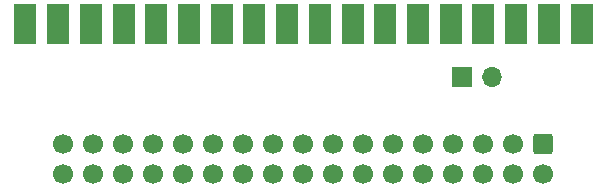
<source format=gbr>
%TF.GenerationSoftware,KiCad,Pcbnew,8.0.7*%
%TF.CreationDate,2025-01-12T23:09:13-06:00*%
%TF.ProjectId,DB37-to-IDC34-Floppy-Adapter,44423337-2d74-46f2-9d49-444333342d46,v1.0*%
%TF.SameCoordinates,Original*%
%TF.FileFunction,Soldermask,Bot*%
%TF.FilePolarity,Negative*%
%FSLAX46Y46*%
G04 Gerber Fmt 4.6, Leading zero omitted, Abs format (unit mm)*
G04 Created by KiCad (PCBNEW 8.0.7) date 2025-01-12 23:09:13*
%MOMM*%
%LPD*%
G01*
G04 APERTURE LIST*
G04 Aperture macros list*
%AMRoundRect*
0 Rectangle with rounded corners*
0 $1 Rounding radius*
0 $2 $3 $4 $5 $6 $7 $8 $9 X,Y pos of 4 corners*
0 Add a 4 corners polygon primitive as box body*
4,1,4,$2,$3,$4,$5,$6,$7,$8,$9,$2,$3,0*
0 Add four circle primitives for the rounded corners*
1,1,$1+$1,$2,$3*
1,1,$1+$1,$4,$5*
1,1,$1+$1,$6,$7*
1,1,$1+$1,$8,$9*
0 Add four rect primitives between the rounded corners*
20,1,$1+$1,$2,$3,$4,$5,0*
20,1,$1+$1,$4,$5,$6,$7,0*
20,1,$1+$1,$6,$7,$8,$9,0*
20,1,$1+$1,$8,$9,$2,$3,0*%
G04 Aperture macros list end*
%ADD10RoundRect,0.250000X-0.600000X0.600000X-0.600000X-0.600000X0.600000X-0.600000X0.600000X0.600000X0*%
%ADD11C,1.700000*%
%ADD12R,1.700000X1.700000*%
%ADD13O,1.700000X1.700000*%
%ADD14R,1.846667X3.480000*%
G04 APERTURE END LIST*
D10*
%TO.C,J1*%
X184150000Y-63500000D03*
D11*
X184150000Y-66040000D03*
X181610000Y-63500000D03*
X181610000Y-66040000D03*
X179070000Y-63500000D03*
X179070000Y-66040000D03*
X176530000Y-63500000D03*
X176530000Y-66040000D03*
X173990000Y-63500000D03*
X173990000Y-66040000D03*
X171450000Y-63500000D03*
X171450000Y-66040000D03*
X168910000Y-63500000D03*
X168910000Y-66040000D03*
X166370000Y-63500000D03*
X166370000Y-66040000D03*
X163830000Y-63500000D03*
X163830000Y-66040000D03*
X161290000Y-63500000D03*
X161290000Y-66040000D03*
X158750000Y-63500000D03*
X158750000Y-66040000D03*
X156210000Y-63500000D03*
X156210000Y-66040000D03*
X153670000Y-63500000D03*
X153670000Y-66040000D03*
X151130000Y-63500000D03*
X151130000Y-66040000D03*
X148590000Y-63500000D03*
X148590000Y-66040000D03*
X146050000Y-63500000D03*
X146050000Y-66040000D03*
X143510000Y-63500000D03*
X143510000Y-66040000D03*
%TD*%
D12*
%TO.C,J3*%
X177292000Y-57785000D03*
D13*
X179832000Y-57785000D03*
%TD*%
D14*
%TO.C,J2*%
X187375000Y-53340000D03*
X184605000Y-53340000D03*
X181835000Y-53340000D03*
X179065000Y-53340000D03*
X176295000Y-53340000D03*
X173525000Y-53340000D03*
X170755000Y-53340000D03*
X167985000Y-53340000D03*
X165215000Y-53340000D03*
X162445000Y-53340000D03*
X159675000Y-53340000D03*
X156905000Y-53340000D03*
X154135000Y-53340000D03*
X151365000Y-53340000D03*
X148595000Y-53340000D03*
X145825000Y-53340000D03*
X143055000Y-53340000D03*
X140285000Y-53340000D03*
%TD*%
M02*

</source>
